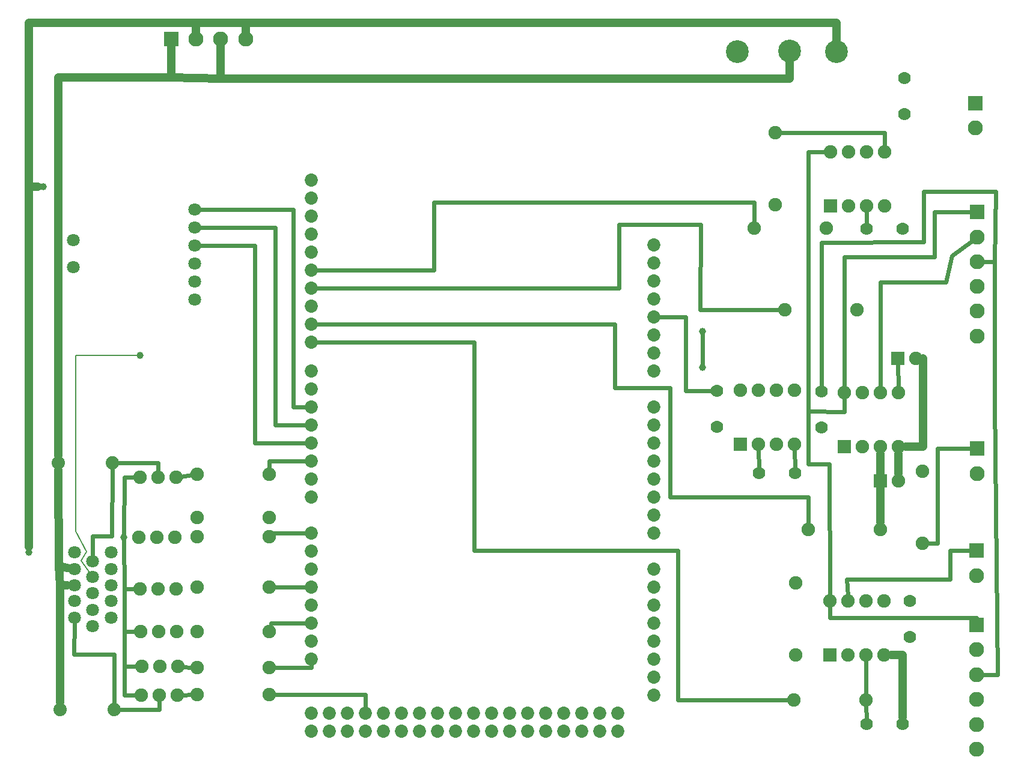
<source format=gbl>
G04 MADE WITH FRITZING*
G04 WWW.FRITZING.ORG*
G04 DOUBLE SIDED*
G04 HOLES PLATED*
G04 CONTOUR ON CENTER OF CONTOUR VECTOR*
%ASAXBY*%
%FSLAX23Y23*%
%MOIN*%
%OFA0B0*%
%SFA1.0B1.0*%
%ADD10C,0.039370*%
%ADD11C,0.075000*%
%ADD12C,0.070000*%
%ADD13C,0.070866*%
%ADD14C,0.072917*%
%ADD15C,0.074000*%
%ADD16C,0.126614*%
%ADD17C,0.083307*%
%ADD18R,0.075000X0.075000*%
%ADD19R,0.083307X0.083307*%
%ADD20C,0.024000*%
%ADD21C,0.048000*%
%ADD22C,0.008000*%
%LNCOPPER0*%
G90*
G70*
G54D10*
X3820Y2733D03*
X3820Y2533D03*
X82Y1506D03*
X609Y1591D03*
X163Y3536D03*
X699Y2600D03*
G54D11*
X4407Y1634D03*
X4807Y1634D03*
X4527Y938D03*
X4527Y1238D03*
X4627Y938D03*
X4627Y1238D03*
X4727Y938D03*
X4727Y1238D03*
X4827Y938D03*
X4827Y1238D03*
X4529Y3430D03*
X4529Y3730D03*
X4629Y3430D03*
X4629Y3730D03*
X4729Y3430D03*
X4729Y3730D03*
X4829Y3430D03*
X4829Y3730D03*
X4607Y2094D03*
X4607Y2394D03*
X4707Y2094D03*
X4707Y2394D03*
X4807Y2094D03*
X4807Y2394D03*
X4907Y2094D03*
X4907Y2394D03*
X4029Y2107D03*
X4029Y2407D03*
X4129Y2107D03*
X4129Y2407D03*
X4229Y2107D03*
X4229Y2407D03*
X4329Y2107D03*
X4329Y2407D03*
G54D12*
X3899Y2403D03*
X3899Y2203D03*
X4480Y2400D03*
X4480Y2200D03*
X4132Y1948D03*
X4332Y1948D03*
X4969Y1236D03*
X4969Y1036D03*
X4928Y3302D03*
X4728Y3302D03*
X4928Y553D03*
X4728Y553D03*
X4938Y4141D03*
X4938Y3941D03*
G54D11*
X4337Y938D03*
X4337Y1338D03*
X4276Y2854D03*
X4676Y2854D03*
X5039Y1557D03*
X5039Y1957D03*
X4105Y3305D03*
X4505Y3305D03*
X4325Y688D03*
X4725Y688D03*
X4224Y3435D03*
X4224Y3835D03*
X4806Y1903D03*
X4906Y1903D03*
X4904Y2584D03*
X5004Y2584D03*
G54D13*
X538Y1413D03*
X538Y1235D03*
X538Y1324D03*
X538Y1505D03*
X330Y3241D03*
X330Y3091D03*
X1004Y3410D03*
X1004Y3310D03*
X1004Y3210D03*
X1004Y3110D03*
X1004Y3010D03*
X1004Y2910D03*
X538Y1143D03*
X437Y1369D03*
X437Y1279D03*
X437Y1458D03*
X437Y1188D03*
X437Y1098D03*
X337Y1143D03*
X337Y1505D03*
X337Y1413D03*
X337Y1324D03*
X337Y1235D03*
G54D14*
X3551Y1313D03*
X3551Y2913D03*
X3551Y1213D03*
X3551Y1113D03*
X3551Y1013D03*
X3551Y913D03*
X2151Y613D03*
X3551Y813D03*
X3551Y713D03*
X1651Y2873D03*
X3551Y2313D03*
X3551Y2213D03*
X3551Y2113D03*
X3551Y2013D03*
X2951Y613D03*
X3551Y1913D03*
X3551Y1813D03*
X3551Y1713D03*
X3551Y1613D03*
X1651Y2113D03*
X1751Y613D03*
X2551Y613D03*
X3351Y613D03*
X1651Y3273D03*
X3551Y2513D03*
X1651Y2513D03*
X1951Y613D03*
X2351Y613D03*
X2751Y613D03*
X1651Y913D03*
X3151Y613D03*
X1651Y1013D03*
X1651Y1113D03*
X1651Y1213D03*
X1651Y1313D03*
X1651Y1413D03*
X1651Y1513D03*
X1651Y1613D03*
X1651Y3473D03*
X1651Y3073D03*
X1651Y2673D03*
X3551Y3113D03*
X3551Y2713D03*
X1651Y1913D03*
X1651Y2313D03*
X1651Y613D03*
X1851Y613D03*
X2051Y613D03*
X2251Y613D03*
X2451Y613D03*
X2651Y613D03*
X2851Y613D03*
X3051Y613D03*
X3251Y613D03*
X1651Y3573D03*
X1651Y3373D03*
X1651Y3173D03*
X1651Y2973D03*
X1651Y2773D03*
X3551Y3213D03*
X3551Y3013D03*
X3551Y2813D03*
X3551Y2613D03*
X1651Y1813D03*
X1651Y2013D03*
X1651Y2213D03*
X1651Y2413D03*
X1651Y513D03*
X1751Y513D03*
X1851Y513D03*
X1951Y513D03*
X2051Y513D03*
X2151Y513D03*
X2251Y513D03*
X2351Y513D03*
X2451Y513D03*
X2551Y513D03*
X2651Y513D03*
X2751Y513D03*
X2851Y513D03*
X2951Y513D03*
X3051Y513D03*
X3151Y513D03*
X3251Y513D03*
X3351Y513D03*
X3551Y1413D03*
X3551Y1313D03*
X3551Y2913D03*
X3551Y1213D03*
X3551Y1113D03*
X3551Y1013D03*
X3551Y913D03*
X2151Y613D03*
X3551Y813D03*
X3551Y713D03*
X1651Y2873D03*
X3551Y2313D03*
X3551Y2213D03*
X3551Y2113D03*
X3551Y2013D03*
X2951Y613D03*
X3551Y1913D03*
X3551Y1813D03*
X3551Y1713D03*
X3551Y1613D03*
X1651Y2113D03*
X1751Y613D03*
X2551Y613D03*
X3351Y613D03*
X1651Y3273D03*
X3551Y2513D03*
X1651Y2513D03*
X1951Y613D03*
X2351Y613D03*
X2751Y613D03*
X1651Y913D03*
X3151Y613D03*
X1651Y1013D03*
X1651Y1113D03*
X1651Y1213D03*
X1651Y1313D03*
X1651Y1413D03*
X1651Y1513D03*
X1651Y1613D03*
X1651Y3473D03*
X1651Y3073D03*
X1651Y2673D03*
X3551Y3113D03*
X3551Y2713D03*
X1651Y1913D03*
X1651Y2313D03*
X1651Y613D03*
X1851Y613D03*
X2051Y613D03*
X2251Y613D03*
X2451Y613D03*
X2651Y613D03*
X2851Y613D03*
X3051Y613D03*
X3251Y613D03*
X1651Y3573D03*
X1651Y3373D03*
X1651Y3173D03*
X1651Y2973D03*
X1651Y2773D03*
X3551Y3213D03*
X3551Y3013D03*
X3551Y2813D03*
X3551Y2613D03*
X1651Y1813D03*
X1651Y2013D03*
X1651Y2213D03*
X1651Y2413D03*
X1651Y513D03*
X1751Y513D03*
X1851Y513D03*
X1951Y513D03*
X2051Y513D03*
X2151Y513D03*
X2251Y513D03*
X2351Y513D03*
X2451Y513D03*
X2551Y513D03*
X2651Y513D03*
X2751Y513D03*
X2851Y513D03*
X2951Y513D03*
X3051Y513D03*
X3151Y513D03*
X3251Y513D03*
X3351Y513D03*
X3551Y1413D03*
G54D11*
X1015Y1312D03*
X1415Y1312D03*
X1016Y1068D03*
X1416Y1068D03*
X1015Y1592D03*
X1415Y1592D03*
X1016Y1700D03*
X1416Y1700D03*
X1015Y866D03*
X1415Y866D03*
X1415Y1939D03*
X1015Y1939D03*
X1417Y717D03*
X1017Y717D03*
G54D15*
X547Y2002D03*
X247Y2002D03*
G54D16*
X4562Y4287D03*
X4012Y4287D03*
G54D15*
X555Y634D03*
X255Y634D03*
G54D16*
X4304Y4291D03*
G54D11*
X901Y1302D03*
X801Y1302D03*
X701Y1302D03*
X904Y1066D03*
X804Y1066D03*
X704Y1066D03*
X908Y873D03*
X808Y873D03*
X708Y873D03*
X892Y1590D03*
X792Y1590D03*
X692Y1590D03*
X906Y713D03*
X806Y713D03*
X706Y713D03*
X899Y1922D03*
X799Y1922D03*
X699Y1922D03*
G54D17*
X5339Y1103D03*
X5339Y965D03*
X5339Y827D03*
X5339Y689D03*
X5339Y551D03*
X5339Y414D03*
X5342Y3396D03*
X5342Y3258D03*
X5342Y3120D03*
X5342Y2982D03*
X5342Y2845D03*
X5342Y2707D03*
X5343Y2082D03*
X5343Y1944D03*
X5340Y1515D03*
X5340Y1377D03*
X5332Y4001D03*
X5332Y3863D03*
X872Y4356D03*
X1010Y4356D03*
X1147Y4356D03*
X1285Y4356D03*
G54D18*
X4527Y938D03*
X4529Y3430D03*
X4607Y2094D03*
X4029Y2107D03*
X4806Y1903D03*
X4904Y2584D03*
G54D19*
X5339Y1103D03*
X5342Y3396D03*
X5343Y2082D03*
X5340Y1515D03*
X5332Y4001D03*
X872Y4356D03*
G54D20*
X3820Y2552D02*
X3820Y2714D01*
G54D21*
D02*
X251Y1430D02*
X296Y1421D01*
G54D20*
D02*
X612Y1066D02*
X676Y1066D01*
D02*
X612Y1302D02*
X673Y1302D01*
D02*
X4728Y3328D02*
X4729Y3401D01*
G54D21*
D02*
X1285Y4448D02*
X1285Y4400D01*
D02*
X1147Y4137D02*
X1147Y4312D01*
D02*
X82Y3536D02*
X133Y3536D01*
G54D22*
D02*
X403Y1511D02*
X374Y1459D01*
D02*
X374Y1459D02*
X422Y1389D01*
D02*
X344Y1623D02*
X403Y1511D01*
D02*
X344Y2600D02*
X344Y1623D01*
D02*
X686Y2600D02*
X344Y2600D01*
G54D20*
D02*
X1550Y2313D02*
X1550Y3410D01*
D02*
X1550Y3410D02*
X1035Y3410D01*
D02*
X1621Y2313D02*
X1550Y2313D01*
D02*
X1448Y3310D02*
X1035Y3310D01*
D02*
X1448Y2213D02*
X1448Y3310D01*
D02*
X1621Y2213D02*
X1448Y2213D01*
D02*
X1336Y2113D02*
X1336Y3210D01*
D02*
X1336Y3210D02*
X1035Y3210D01*
D02*
X1621Y2113D02*
X1336Y2113D01*
D02*
X1651Y866D02*
X1444Y866D01*
D02*
X1651Y882D02*
X1651Y866D01*
D02*
X1621Y1313D02*
X1444Y1312D01*
D02*
X1426Y1113D02*
X1422Y1096D01*
D02*
X1621Y1113D02*
X1426Y1113D01*
D02*
X1415Y2013D02*
X1415Y1967D01*
D02*
X1621Y2013D02*
X1415Y2013D01*
D02*
X1418Y1613D02*
X1419Y1620D01*
D02*
X1621Y1613D02*
X1418Y1613D01*
G54D21*
D02*
X872Y4142D02*
X872Y4312D01*
D02*
X1010Y4448D02*
X1010Y4400D01*
D02*
X4806Y1943D02*
X4807Y2054D01*
G54D20*
D02*
X4329Y2078D02*
X4332Y1975D01*
D02*
X4132Y1975D02*
X4129Y2078D01*
D02*
X4407Y1813D02*
X4407Y1662D01*
D02*
X3639Y1813D02*
X4407Y1813D01*
D02*
X3639Y2421D02*
X3639Y1813D01*
D02*
X3333Y2421D02*
X3639Y2421D01*
D02*
X3333Y2773D02*
X3333Y2421D01*
D02*
X1682Y2773D02*
X3333Y2773D01*
G54D21*
D02*
X4928Y938D02*
X4867Y938D01*
D02*
X4928Y590D02*
X4928Y938D01*
G54D20*
D02*
X4726Y717D02*
X4727Y909D01*
D02*
X4728Y579D02*
X4726Y660D01*
D02*
X2553Y2673D02*
X2553Y1516D01*
D02*
X2553Y1516D02*
X3682Y1516D01*
D02*
X3682Y1516D02*
X3682Y688D01*
D02*
X3682Y688D02*
X4297Y688D01*
D02*
X1682Y2673D02*
X2553Y2673D01*
G54D21*
D02*
X4906Y1943D02*
X4907Y2054D01*
D02*
X4807Y1673D02*
X4806Y1863D01*
G54D20*
D02*
X5339Y1143D02*
X5339Y1135D01*
D02*
X4527Y1143D02*
X5339Y1143D01*
D02*
X4527Y1209D02*
X4527Y1143D01*
D02*
X4620Y1355D02*
X5193Y1355D01*
D02*
X4626Y1266D02*
X4620Y1355D01*
D02*
X5193Y1355D02*
X5193Y1515D01*
D02*
X5193Y1515D02*
X5307Y1515D01*
D02*
X5122Y1557D02*
X5068Y1557D01*
D02*
X5122Y2082D02*
X5122Y1557D01*
D02*
X5310Y2082D02*
X5122Y2082D01*
G54D21*
D02*
X5044Y2584D02*
X5044Y2584D01*
D02*
X5044Y2094D02*
X5044Y2584D01*
D02*
X4947Y2094D02*
X5044Y2094D01*
G54D20*
D02*
X4904Y2556D02*
X4907Y2422D01*
D02*
X3806Y2852D02*
X4247Y2854D01*
D02*
X3808Y3328D02*
X3806Y2852D01*
D02*
X3356Y3328D02*
X3808Y3328D01*
D02*
X3356Y2973D02*
X3356Y3328D01*
D02*
X1682Y2973D02*
X3356Y2973D01*
D02*
X4807Y3008D02*
X4807Y2422D01*
D02*
X5170Y3008D02*
X4807Y3008D01*
D02*
X5203Y3152D02*
X5170Y3008D01*
D02*
X5316Y3238D02*
X5203Y3152D01*
D02*
X4607Y3145D02*
X4607Y2422D01*
D02*
X5107Y3145D02*
X4607Y3145D01*
D02*
X5107Y3396D02*
X5107Y3145D01*
D02*
X5309Y3396D02*
X5107Y3396D01*
D02*
X2329Y3073D02*
X1682Y3073D01*
D02*
X2329Y3451D02*
X2329Y3073D01*
D02*
X4105Y3451D02*
X2329Y3451D01*
D02*
X4105Y3334D02*
X4105Y3451D01*
D02*
X4829Y3835D02*
X4253Y3835D01*
D02*
X4829Y3758D02*
X4829Y3835D01*
D02*
X5047Y3509D02*
X5445Y3509D01*
D02*
X5047Y3231D02*
X5047Y3509D01*
D02*
X4480Y3228D02*
X5047Y3231D01*
D02*
X5445Y3509D02*
X5438Y3120D01*
D02*
X4480Y2426D02*
X4480Y3228D01*
D02*
X4607Y2286D02*
X4607Y2365D01*
D02*
X4405Y2290D02*
X4607Y2286D01*
D02*
X4405Y3730D02*
X4405Y2290D01*
D02*
X4405Y1998D02*
X4524Y1998D01*
D02*
X4405Y2290D02*
X4405Y1998D01*
D02*
X4501Y3730D02*
X4405Y3730D01*
D02*
X4524Y1998D02*
X4527Y1266D01*
D02*
X3873Y2404D02*
X3725Y2404D01*
D02*
X3725Y2404D02*
X3725Y2813D01*
D02*
X3725Y2813D02*
X3582Y2813D01*
D02*
X5438Y2343D02*
X5438Y3120D01*
D02*
X5438Y3120D02*
X5374Y3120D01*
D02*
X5455Y827D02*
X5438Y2343D01*
D02*
X5372Y827D02*
X5455Y827D01*
D02*
X612Y874D02*
X679Y874D01*
D02*
X1951Y717D02*
X1446Y717D01*
D02*
X1951Y643D02*
X1951Y717D01*
G54D21*
D02*
X4304Y4137D02*
X4304Y4225D01*
D02*
X1147Y4137D02*
X4304Y4137D01*
D02*
X872Y4142D02*
X1147Y4137D01*
D02*
X247Y4142D02*
X872Y4142D01*
D02*
X246Y2793D02*
X247Y4142D01*
D02*
X247Y2042D02*
X246Y2793D01*
D02*
X4562Y4448D02*
X4562Y4353D01*
D02*
X1285Y4448D02*
X4562Y4448D01*
D02*
X1010Y4448D02*
X1285Y4448D01*
D02*
X82Y4448D02*
X1010Y4448D01*
D02*
X82Y3536D02*
X82Y4448D01*
D02*
X82Y1536D02*
X82Y3536D01*
G54D20*
D02*
X612Y713D02*
X677Y713D01*
D02*
X612Y874D02*
X612Y713D01*
D02*
X612Y1302D02*
X612Y1066D01*
D02*
X612Y1066D02*
X612Y874D01*
D02*
X610Y1572D02*
X612Y1302D01*
D02*
X612Y1922D02*
X610Y1610D01*
D02*
X670Y1922D02*
X612Y1922D01*
D02*
X555Y939D02*
X333Y939D01*
D02*
X333Y939D02*
X337Y1112D01*
D02*
X555Y663D02*
X555Y939D01*
G54D21*
D02*
X251Y1430D02*
X247Y1962D01*
D02*
X255Y1324D02*
X251Y1430D01*
G54D20*
D02*
X437Y1596D02*
X544Y1596D01*
D02*
X544Y1596D02*
X547Y1973D01*
D02*
X437Y1489D02*
X437Y1596D01*
D02*
X806Y684D02*
X806Y634D01*
D02*
X806Y634D02*
X584Y634D01*
D02*
X934Y714D02*
X988Y716D01*
D02*
X799Y2002D02*
X799Y1951D01*
D02*
X576Y2002D02*
X799Y2002D01*
D02*
X987Y1935D02*
X927Y1926D01*
D02*
X987Y868D02*
X936Y871D01*
G54D21*
D02*
X255Y1324D02*
X295Y1324D01*
D02*
X255Y674D02*
X255Y1324D01*
G04 End of Copper0*
M02*
</source>
